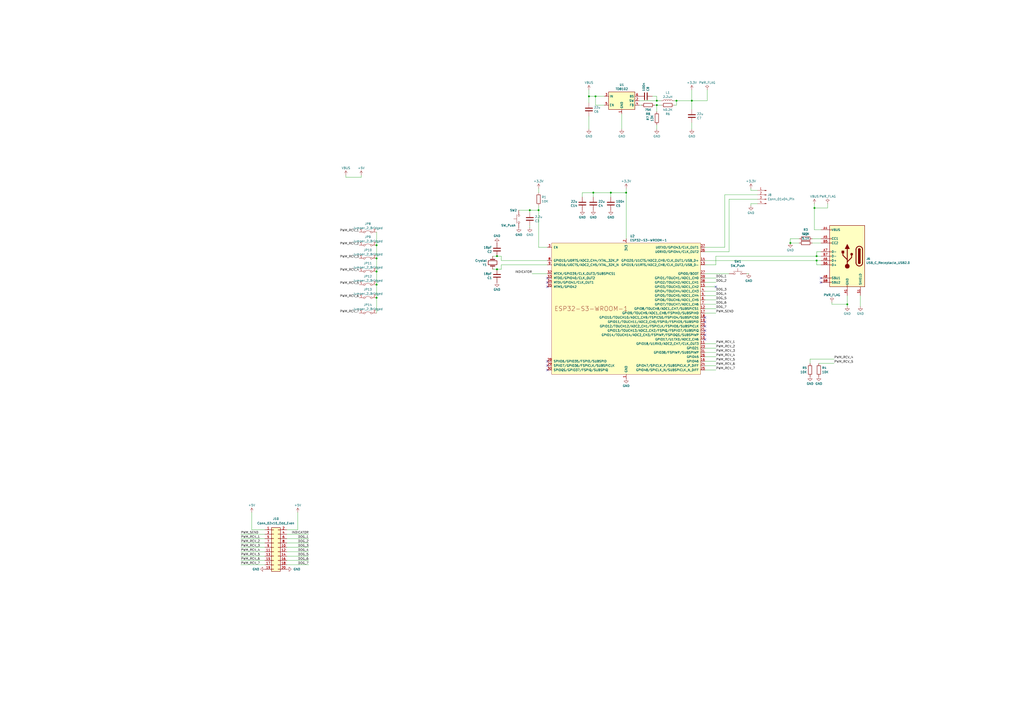
<source format=kicad_sch>
(kicad_sch (version 20231120) (generator "eeschema") (generator_version "8.0")
  (paper "A2")
  (title_block (title "Timergate-Receiver") (date "2024-02-12") (rev "A1"))
  (lib_symbols
    (symbol "Connector:Conn_01x04_Pin" (pin_names (offset 1.016) hide)
      (property "Reference" "J" (at 0 5.08 0))
      (property "Value" "Conn_01x04_Pin" (at 0 -7.62 0))
      (symbol "Conn_01x04_Pin_1_1"
        (polyline (pts (xy 1.27 -5.08) (xy 0.8636 -5.08)) (stroke (width 0.1524)))
        (polyline (pts (xy 1.27 -2.54) (xy 0.8636 -2.54)) (stroke (width 0.1524)))
        (polyline (pts (xy 1.27 0) (xy 0.8636 0)) (stroke (width 0.1524)))
        (polyline (pts (xy 1.27 2.54) (xy 0.8636 2.54)) (stroke (width 0.1524)))
        (rectangle (start 0.8636 -4.953) (end 0 -5.207) (stroke (width 0.1524)) (fill (type outline)))
        (rectangle (start 0.8636 -2.413) (end 0 -2.667) (stroke (width 0.1524)) (fill (type outline)))
        (rectangle (start 0.8636 0.127) (end 0 -0.127) (stroke (width 0.1524)) (fill (type outline)))
        (rectangle (start 0.8636 2.667) (end 0 2.413) (stroke (width 0.1524)) (fill (type outline)))
        (pin passive line (at 5.08 2.54 180) (length 3.81) (name "Pin_1") (number "1"))
        (pin passive line (at 5.08 0 180) (length 3.81) (name "Pin_2") (number "2"))
        (pin passive line (at 5.08 -2.54 180) (length 3.81) (name "Pin_3") (number "3"))
        (pin passive line (at 5.08 -5.08 180) (length 3.81) (name "Pin_4") (number "4"))
      )
    )
    (symbol "Connector_Generic:Conn_02x10_Odd_Even" (pin_names (offset 1.016) hide)
      (property "Reference" "J" (at 1.27 12.7 0))
      (property "Value" "Conn_02x10_Odd_Even" (at 1.27 -15.24 0))
      (symbol "Conn_02x10_Odd_Even_1_1"
        (rectangle (start -1.27 -12.573) (end 0 -12.827) (stroke (width 0.1524)))
        (rectangle (start -1.27 -10.033) (end 0 -10.287) (stroke (width 0.1524)))
        (rectangle (start -1.27 -7.493) (end 0 -7.747) (stroke (width 0.1524)))
        (rectangle (start -1.27 -4.953) (end 0 -5.207) (stroke (width 0.1524)))
        (rectangle (start -1.27 -2.413) (end 0 -2.667) (stroke (width 0.1524)))
        (rectangle (start -1.27 0.127) (end 0 -0.127) (stroke (width 0.1524)))
        (rectangle (start -1.27 2.667) (end 0 2.413) (stroke (width 0.1524)))
        (rectangle (start -1.27 5.207) (end 0 4.953) (stroke (width 0.1524)))
        (rectangle (start -1.27 7.747) (end 0 7.493) (stroke (width 0.1524)))
        (rectangle (start -1.27 10.287) (end 0 10.033) (stroke (width 0.1524)))
        (rectangle (start -1.27 11.43) (end 3.81 -13.97) (stroke (width 0.254)) (fill (type background)))
        (rectangle (start 3.81 -12.573) (end 2.54 -12.827) (stroke (width 0.1524)))
        (rectangle (start 3.81 -10.033) (end 2.54 -10.287) (stroke (width 0.1524)))
        (rectangle (start 3.81 -7.493) (end 2.54 -7.747) (stroke (width 0.1524)))
        (rectangle (start 3.81 -4.953) (end 2.54 -5.207) (stroke (width 0.1524)))
        (rectangle (start 3.81 -2.413) (end 2.54 -2.667) (stroke (width 0.1524)))
        (rectangle (start 3.81 0.127) (end 2.54 -0.127) (stroke (width 0.1524)))
        (rectangle (start 3.81 2.667) (end 2.54 2.413) (stroke (width 0.1524)))
        (rectangle (start 3.81 5.207) (end 2.54 4.953) (stroke (width 0.1524)))
        (rectangle (start 3.81 7.747) (end 2.54 7.493) (stroke (width 0.1524)))
        (rectangle (start 3.81 10.287) (end 2.54 10.033) (stroke (width 0.1524)))
        (pin passive line (at -5.08 10.16 0) (length 3.81) (name "Pin_1") (number "1"))
        (pin passive line (at 7.62 0 180) (length 3.81) (name "Pin_10") (number "10"))
        (pin passive line (at -5.08 -2.54 0) (length 3.81) (name "Pin_11") (number "11"))
        (pin passive line (at 7.62 -2.54 180) (length 3.81) (name "Pin_12") (number "12"))
        (pin passive line (at -5.08 -5.08 0) (length 3.81) (name "Pin_13") (number "13"))
        (pin passive line (at 7.62 -5.08 180) (length 3.81) (name "Pin_14") (number "14"))
        (pin passive line (at -5.08 -7.62 0) (length 3.81) (name "Pin_15") (number "15"))
        (pin passive line (at 7.62 -7.62 180) (length 3.81) (name "Pin_16") (number "16"))
        (pin passive line (at -5.08 -10.16 0) (length 3.81) (name "Pin_17") (number "17"))
        (pin passive line (at 7.62 -10.16 180) (length 3.81) (name "Pin_18") (number "18"))
        (pin passive line (at -5.08 -12.7 0) (length 3.81) (name "Pin_19") (number "19"))
        (pin passive line (at 7.62 10.16 180) (length 3.81) (name "Pin_2") (number "2"))
        (pin passive line (at 7.62 -12.7 180) (length 3.81) (name "Pin_20") (number "20"))
        (pin passive line (at -5.08 7.62 0) (length 3.81) (name "Pin_3") (number "3"))
        (pin passive line (at 7.62 7.62 180) (length 3.81) (name "Pin_4") (number "4"))
        (pin passive line (at -5.08 5.08 0) (length 3.81) (name "Pin_5") (number "5"))
        (pin passive line (at 7.62 5.08 180) (length 3.81) (name "Pin_6") (number "6"))
        (pin passive line (at -5.08 2.54 0) (length 3.81) (name "Pin_7") (number "7"))
        (pin passive line (at 7.62 2.54 180) (length 3.81) (name "Pin_8") (number "8"))
        (pin passive line (at -5.08 0 0) (length 3.81) (name "Pin_9") (number "9"))
      )
    )
    (symbol "Devent:TD8102"
      (property "Reference" "U" (at -7.62 6.35 0))
      (property "Value" "TD8102" (at 0 6.35 0))
      (symbol "TD8102_0_1"
        (rectangle (start -7.62 5.08) (end 7.62 -5.08) (stroke (width 0.254)) (fill (type background)))
      )
      (symbol "TD8102_1_1"
        (pin power_in line (at 0 -7.62 90) (length 2.54) (name "GND") (number "1"))
        (pin passive line (at 10.16 0 180) (length 2.54) (name "SW") (number "2"))
        (pin power_in line (at -10.16 2.54 0) (length 2.54) (name "IN") (number "3"))
        (pin input line (at 10.16 -2.54 180) (length 2.54) (name "FB") (number "4"))
        (pin input line (at -10.16 -2.54 0) (length 2.54) (name "EN") (number "5"))
        (pin passive line (at 10.16 2.54 180) (length 2.54) (name "BS") (number "6"))
      )
    )
    (symbol "Devent:USB_C_Receptacle_USB2.0" (pin_names (offset 1.016))
      (property "Reference" "J6" (at -10.922 -1.5494 0))
      (property "Value" "USB_C_Receptacle_USB2.0" (at -10.922 -3.8608 0))
      (symbol "USB_C_Receptacle_USB2.0_0_0"
        (rectangle (start -0.254 -17.78) (end 0.254 -16.764))
        (rectangle (start 10.16 -14.986) (end 9.144 -15.494))
        (rectangle (start 10.16 -12.446) (end 9.144 -12.954))
        (rectangle (start 10.16 -4.826) (end 9.144 -5.334))
        (rectangle (start 10.16 -2.286) (end 9.144 -2.794))
        (rectangle (start 10.16 0.254) (end 9.144 -0.254))
        (rectangle (start 10.16 2.794) (end 9.144 2.286))
        (rectangle (start 10.16 7.874) (end 9.144 7.366))
        (rectangle (start 10.16 10.414) (end 9.144 9.906))
        (rectangle (start 10.16 15.494) (end 9.144 14.986))
      )
      (symbol "USB_C_Receptacle_USB2.0_0_1"
        (rectangle (start -10.16 17.78) (end 10.16 -17.78) (stroke (width 0.254)) (fill (type background)))
        (arc (start -8.89 -3.81) (mid -6.985 -5.7067) (end -5.08 -3.81) (stroke (width 0.508)))
        (arc (start -7.62 -3.81) (mid -6.985 -4.4423) (end -6.35 -3.81) (stroke (width 0.254)))
        (arc (start -7.62 -3.81) (mid -6.985 -4.4423) (end -6.35 -3.81) (stroke (width 0.254)) (fill (type outline)))
        (rectangle (start -7.62 -3.81) (end -6.35 3.81) (stroke (width 0.254)) (fill (type outline)))
        (arc (start -6.35 3.81) (mid -6.985 4.4423) (end -7.62 3.81) (stroke (width 0.254)))
        (arc (start -6.35 3.81) (mid -6.985 4.4423) (end -7.62 3.81) (stroke (width 0.254)) (fill (type outline)))
        (arc (start -5.08 3.81) (mid -6.985 5.7067) (end -8.89 3.81) (stroke (width 0.508)))
        (circle (center -2.54 1.143) (radius 0.635) (stroke (width 0.254)) (fill (type outline)))
        (circle (center 0 -5.842) (radius 1.27) (fill (type outline)))
        (polyline (pts (xy -8.89 -3.81) (xy -8.89 3.81)) (stroke (width 0.508)))
        (polyline (pts (xy -5.08 3.81) (xy -5.08 -3.81)) (stroke (width 0.508)))
        (polyline (pts (xy 0 -5.842) (xy 0 4.318)) (stroke (width 0.508)))
        (polyline (pts (xy 0 -3.302) (xy -2.54 -0.762) (xy -2.54 0.508)) (stroke (width 0.508)))
        (polyline (pts (xy 0 -2.032) (xy 2.54 0.508) (xy 2.54 1.778)) (stroke (width 0.508)))
        (polyline (pts (xy -1.27 4.318) (xy 0 6.858) (xy 1.27 4.318) (xy -1.27 4.318)) (stroke (width 0.254)) (fill (type outline)))
        (rectangle (start 1.905 1.778) (end 3.175 3.048) (stroke (width 0.254)) (fill (type outline)))
      )
      (symbol "USB_C_Receptacle_USB2.0_1_1"
        (pin power_in line (at 0 -22.86 90) (length 5.08) (name "GND") (number "A1"))
        (pin passive line (at 0 -22.86 90) (length 5.08) hide (name "GND") (number "A12"))
        (pin power_in line (at 15.24 15.24 180) (length 5.08) (name "VBUS") (number "A4"))
        (pin bidirectional line (at 15.24 10.16 180) (length 5.08) (name "CC1") (number "A5"))
        (pin bidirectional line (at 15.24 -2.54 180) (length 5.08) (name "D+") (number "A6"))
        (pin bidirectional line (at 15.24 2.54 180) (length 5.08) (name "D-") (number "A7"))
        (pin bidirectional line (at 15.24 -12.7 180) (length 5.08) (name "SBU1") (number "A8"))
        (pin passive line (at 15.24 15.24 180) (length 5.08) hide (name "VBUS") (number "A9"))
        (pin bidirectional line (at 15.24 7.62 180) (length 5.08) (name "CC2") (number "B5"))
        (pin bidirectional line (at 15.24 -5.08 180) (length 5.08) (name "D+") (number "B6"))
        (pin bidirectional line (at 15.24 0 180) (length 5.08) (name "D-") (number "B7"))
        (pin bidirectional line (at 15.24 -15.24 180) (length 5.08) (name "SBU2") (number "B8"))
        (pin passive line (at -7.62 -22.86 90) (length 5.08) (name "SHIELD") (number "S1"))
      )
    )
    (symbol "Device:C" (pin_numbers hide) (pin_names (offset 0.254))
      (property "Reference" "C" (at 0.635 2.54 0))
      (property "Value" "C" (at 0.635 -2.54 0))
      (symbol "C_0_1"
        (polyline (pts (xy -2.032 -0.762) (xy 2.032 -0.762)) (stroke (width 0.508)))
        (polyline (pts (xy -2.032 0.762) (xy 2.032 0.762)) (stroke (width 0.508)))
      )
      (symbol "C_1_1"
        (pin passive line (at 0 3.81 270) (length 2.794) (name "~") (number "1"))
        (pin passive line (at 0 -3.81 90) (length 2.794) (name "~") (number "2"))
      )
    )
    (symbol "Device:Crystal" (pin_numbers hide) (pin_names (offset 1.016) hide)
      (property "Reference" "Y" (at 0 3.81 0))
      (property "Value" "Crystal" (at 0 -3.81 0))
      (symbol "Crystal_0_1"
        (rectangle (start -1.143 2.54) (end 1.143 -2.54) (stroke (width 0.3048)))
        (polyline (pts (xy -2.54 0) (xy -1.905 0)))
        (polyline (pts (xy -1.905 -1.27) (xy -1.905 1.27)) (stroke (width 0.508)))
        (polyline (pts (xy 1.905 -1.27) (xy 1.905 1.27)) (stroke (width 0.508)))
        (polyline (pts (xy 2.54 0) (xy 1.905 0)))
      )
      (symbol "Crystal_1_1"
        (pin passive line (at -3.81 0 0) (length 1.27) (name "1") (number "1"))
        (pin passive line (at 3.81 0 180) (length 1.27) (name "2") (number "2"))
      )
    )
    (symbol "Device:L" (pin_numbers hide) (pin_names (offset 1.016) hide)
      (property "Reference" "L" (at -1.27 0 90))
      (property "Value" "L" (at 1.905 0 90))
      (symbol "L_0_1"
        (arc (start 0 -2.54) (mid 0.6323 -1.905) (end 0 -1.27))
        (arc (start 0 -1.27) (mid 0.6323 -0.635) (end 0 0))
        (arc (start 0 0) (mid 0.6323 0.635) (end 0 1.27))
        (arc (start 0 1.27) (mid 0.6323 1.905) (end 0 2.54))
      )
      (symbol "L_1_1"
        (pin passive line (at 0 3.81 270) (length 1.27) (name "1") (number "1"))
        (pin passive line (at 0 -3.81 90) (length 1.27) (name "2") (number "2"))
      )
    )
    (symbol "Device:R" (pin_numbers hide) (pin_names (offset 0))
      (property "Reference" "R" (at 2.032 0 90))
      (property "Value" "R" (at 0 0 90))
      (symbol "R_0_1"
        (rectangle (start -1.016 -2.54) (end 1.016 2.54) (stroke (width 0.254)))
      )
      (symbol "R_1_1"
        (pin passive line (at 0 3.81 270) (length 1.27) (name "~") (number "1"))
        (pin passive line (at 0 -3.81 90) (length 1.27) (name "~") (number "2"))
      )
    )
    (symbol "Jumper:Jumper_2_Bridged" (pin_names (offset 0) hide)
      (property "Reference" "JP" (at 0 1.905 0))
      (property "Value" "Jumper_2_Bridged" (at 0 -2.54 0))
      (symbol "Jumper_2_Bridged_0_0"
        (circle (center -2.032 0) (radius 0.508))
        (circle (center 2.032 0) (radius 0.508))
      )
      (symbol "Jumper_2_Bridged_0_1"
        (arc (start 1.524 0.254) (mid 0 0.762) (end -1.524 0.254))
      )
      (symbol "Jumper_2_Bridged_1_1"
        (pin passive line (at -5.08 0 0) (length 2.54) (name "A") (number "1"))
        (pin passive line (at 5.08 0 180) (length 2.54) (name "B") (number "2"))
      )
    )
    (symbol "PCM_Espressif:ESP32-S3-WROOM-1" (pin_names (offset 1.016))
      (property "Reference" "U" (at -43.18 43.18 0))
      (property "Value" "ESP32-S3-WROOM-1" (at -43.18 40.64 0))
      (symbol "ESP32-S3-WROOM-1_0_0"
        (text "ESP32-S3-WROOM-1" (at -20.32 0 0) (effects (font (size 2.54 2.54))))
        (pin power_in line (at 0 -40.64 90) (length 2.54) (name "GND") (number "1"))
        (pin bidirectional line (at 45.72 -17.78 180) (length 2.54) (name "GPIO17/U1TXD/ADC2_CH6") (number "10"))
        (pin bidirectional line (at 45.72 -20.32 180) (length 2.54) (name "GPIO18/U1RXD/ADC2_CH7/CLK_OUT3") (number "11"))
        (pin bidirectional line (at 45.72 0 180) (length 2.54) (name "GPIO8/TOUCH8/ADC1_CH7/SUBSPICS1") (number "12"))
        (pin bidirectional line (at 45.72 25.4 180) (length 2.54) (name "GPIO19/U1RTS/ADC2_CH8/CLK_OUT2/USB_D-") (number "13"))
        (pin bidirectional line (at 45.72 27.94 180) (length 2.54) (name "GPIO20/U1CTS/ADC2_CH9/CLK_OUT1/USB_D+") (number "14"))
        (pin bidirectional line (at 45.72 12.7 180) (length 2.54) (name "GPIO3/TOUCH3/ADC1_CH2") (number "15"))
        (pin bidirectional line (at 45.72 -30.48 180) (length 2.54) (name "GPIO46") (number "16"))
        (pin bidirectional line (at 45.72 -2.54 180) (length 2.54) (name "GPIO9/TOUCH9/ADC1_CH8/FSPIHD/SUBSPIHD") (number "17"))
        (pin bidirectional line (at 45.72 -5.08 180) (length 2.54) (name "GPIO10/TOUCH10/ADC1_CH9/FSPICS0/FSPIIO4/SUBSPICS0") (number "18"))
        (pin bidirectional line (at 45.72 -7.62 180) (length 2.54) (name "GPIO11/TOUCH11/ADC2_CH0/FSPID/FSPIIO5/SUBSPID") (number "19"))
        (pin power_in line (at 0 40.64 270) (length 2.54) (name "3V3") (number "2"))
        (pin bidirectional line (at 45.72 -10.16 180) (length 2.54) (name "GPIO12/TOUCH12/ADC2_CH1/FSPICLK/FSPIIO6/SUBSPICLK") (number "20"))
        (pin bidirectional line (at 45.72 -12.7 180) (length 2.54) (name "GPIO13/TOUCH13/ADC2_CH2/FSPIQ/FSPIIO7/SUBSPIQ") (number "21"))
        (pin bidirectional line (at 45.72 -15.24 180) (length 2.54) (name "GPIO14/TOUCH14/ADC2_CH3/FSPIWP/FSPIDQS/SUBSPIWP") (number "22"))
        (pin bidirectional line (at 45.72 -22.86 180) (length 2.54) (name "GPIO21") (number "23"))
        (pin bidirectional line (at 45.72 -33.02 180) (length 2.54) (name "GPIO47/SPICLK_P/SUBSPICLK_P_DIFF") (number "24"))
        (pin bidirectional line (at 45.72 -35.56 180) (length 2.54) (name "GPIO48/SPICLK_N/SUBSPICLK_N_DIFF") (number "25"))
        (pin bidirectional line (at 45.72 -27.94 180) (length 2.54) (name "GPIO45") (number "26"))
        (pin bidirectional line (at 45.72 20.32 180) (length 2.54) (name "GPIO0/BOOT") (number "27"))
        (pin bidirectional line (at -45.72 -30.48 0) (length 2.54) (name "SPIIO6/GPIO35/FSPID/SUBSPID") (number "28"))
        (pin bidirectional line (at -45.72 -33.02 0) (length 2.54) (name "SPIIO7/GPIO36/FSPICLK/SUBSPICLK") (number "29"))
        (pin input line (at -45.72 35.56 0) (length 2.54) (name "EN") (number "3"))
        (pin bidirectional line (at -45.72 -35.56 0) (length 2.54) (name "SPIDQS/GPIO37/FSPIQ/SUBSPIQ") (number "30"))
        (pin bidirectional line (at 45.72 -25.4 180) (length 2.54) (name "GPIO38/FSPIWP/SUBSPIWP") (number "31"))
        (pin bidirectional line (at -45.72 20.32 0) (length 2.54) (name "MTCK/GPIO39/CLK_OUT3/SUBSPICS1") (number "32"))
        (pin bidirectional line (at -45.72 17.78 0) (length 2.54) (name "MTDO/GPIO40/CLK_OUT2") (number "33"))
        (pin bidirectional line (at -45.72 15.24 0) (length 2.54) (name "MTDI/GPIO41/CLK_OUT1") (number "34"))
        (pin bidirectional line (at -45.72 12.7 0) (length 2.54) (name "MTMS/GPIO42") (number "35"))
        (pin bidirectional line (at 45.72 33.02 180) (length 2.54) (name "U0RXD/GPIO44/CLK_OUT2") (number "36"))
        (pin bidirectional line (at 45.72 35.56 180) (length 2.54) (name "U0TXD/GPIO43/CLK_OUT1") (number "37"))
        (pin bidirectional line (at 45.72 15.24 180) (length 2.54) (name "GPIO2/TOUCH2/ADC1_CH1") (number "38"))
        (pin bidirectional line (at 45.72 17.78 180) (length 2.54) (name "GPIO1/TOUCH1/ADC1_CH0") (number "39"))
        (pin bidirectional line (at 45.72 10.16 180) (length 2.54) (name "GPIO4/TOUCH4/ADC1_CH3") (number "4"))
        (pin passive line (at 0 -40.64 90) (length 2.54) hide (name "GND") (number "40"))
        (pin passive line (at 0 -40.64 90) (length 2.54) hide (name "GND") (number "41"))
        (pin bidirectional line (at 45.72 7.62 180) (length 2.54) (name "GPIO5/TOUCH5/ADC1_CH4") (number "5"))
        (pin bidirectional line (at 45.72 5.08 180) (length 2.54) (name "GPIO6/TOUCH6/ADC1_CH5") (number "6"))
        (pin bidirectional line (at 45.72 2.54 180) (length 2.54) (name "GPIO7/TOUCH7/ADC1_CH6") (number "7"))
        (pin bidirectional line (at -45.72 27.94 0) (length 2.54) (name "GPIO15/U0RTS/ADC2_CH4/XTAL_32K_P") (number "8"))
        (pin bidirectional line (at -45.72 25.4 0) (length 2.54) (name "GPIO16/U0CTS/ADC2_CH5/XTAL_32K_N") (number "9"))
      )
      (symbol "ESP32-S3-WROOM-1_0_1"
        (rectangle (start -43.18 38.1) (end 43.18 -38.1) (fill (type background)))
      )
    )
    (symbol "Switch:SW_Push" (pin_numbers hide) (pin_names (offset 1.016) hide)
      (property "Reference" "SW" (at 1.27 2.54 0))
      (property "Value" "SW_Push" (at 0 -1.524 0))
      (symbol "SW_Push_0_1"
        (circle (center -2.032 0) (radius 0.508))
        (polyline (pts (xy 0 1.27) (xy 0 3.048)))
        (polyline (pts (xy 2.54 1.27) (xy -2.54 1.27)))
        (circle (center 2.032 0) (radius 0.508))
        (pin passive line (at -5.08 0 0) (length 2.54) (name "1") (number "1"))
        (pin passive line (at 5.08 0 180) (length 2.54) (name "2") (number "2"))
      )
    )
    (symbol "power:+3.3V" (power) (pin_numbers hide) (pin_names (offset 0) hide)
      (property "Value" "+3.3V" (at 0 3.556 0))
      (symbol "+3.3V_0_1"
        (polyline (pts (xy -0.762 1.27) (xy 0 2.54)))
        (polyline (pts (xy 0 0) (xy 0 2.54)))
        (polyline (pts (xy 0 2.54) (xy 0.762 1.27)))
      )
      (symbol "+3.3V_1_1"
        (pin power_in line (at 0 0 90) (length 0) (name "~") (number "1"))
      )
    )
    (symbol "power:+5V" (power) (pin_numbers hide) (pin_names (offset 0) hide)
      (property "Value" "+5V" (at 0 3.556 0))
      (symbol "+5V_0_1"
        (polyline (pts (xy -0.762 1.27) (xy 0 2.54)))
        (polyline (pts (xy 0 0) (xy 0 2.54)))
        (polyline (pts (xy 0 2.54) (xy 0.762 1.27)))
      )
      (symbol "+5V_1_1"
        (pin power_in line (at 0 0 90) (length 0) (name "~") (number "1"))
      )
    )
    (symbol "power:GND" (power) (pin_numbers hide) (pin_names (offset 0) hide)
      (property "Value" "GND" (at 0 -3.81 0))
      (symbol "GND_0_1"
        (polyline (pts (xy 0 0) (xy 0 -1.27) (xy 1.27 -1.27) (xy 0 -2.54) (xy -1.27 -1.27) (xy 0 -1.27)))
      )
      (symbol "GND_1_1"
        (pin power_in line (at 0 0 270) (length 0) (name "~") (number "1"))
      )
    )
    (symbol "power:PWR_FLAG" (power) (pin_numbers hide) (pin_names (offset 0) hide)
      (property "Value" "PWR_FLAG" (at 0 3.81 0))
      (symbol "PWR_FLAG_0_0"
        (pin power_out line (at 0 0 90) (length 0) (name "~") (number "1"))
      )
      (symbol "PWR_FLAG_0_1"
        (polyline (pts (xy 0 0) (xy 0 1.27) (xy -1.016 1.905) (xy 0 2.54) (xy 1.016 1.905) (xy 0 1.27)))
      )
    )
    (symbol "power:VBUS" (power) (pin_numbers hide) (pin_names (offset 0) hide)
      (property "Value" "VBUS" (at 0 3.556 0))
      (symbol "VBUS_0_1"
        (polyline (pts (xy -0.762 1.27) (xy 0 2.54)))
        (polyline (pts (xy 0 0) (xy 0 2.54)))
        (polyline (pts (xy 0 2.54) (xy 0.762 1.27)))
      )
      (symbol "VBUS_1_1"
        (pin power_in line (at 0 0 90) (length 0) (name "~") (number "1"))
      )
    )
  )
  (junction (at 363.22 111.76))
  (junction (at 381 58.42))
  (junction (at 381 60.96))
  (junction (at 218.44 172.72))
  (junction (at 473.71 151.13))
  (junction (at 218.44 157.48))
  (junction (at 288.29 156.21))
  (junction (at 345.44 55.88))
  (junction (at 312.42 121.92))
  (junction (at 458.47 140.97))
  (junction (at 288.29 148.59))
  (junction (at 472.44 120.65))
  (junction (at 392.43 58.42))
  (junction (at 341.63 55.88))
  (junction (at 401.32 58.42))
  (junction (at 307.34 121.92))
  (junction (at 354.33 111.76))
  (junction (at 491.49 176.53))
  (junction (at 218.44 165.1))
  (junction (at 218.44 149.86))
  (junction (at 473.71 148.59))
  (junction (at 344.17 111.76))
  (junction (at 218.44 142.24))
  (no_connect (at 408.94 194.31))
  (no_connect (at 317.5 214.63))
  (no_connect (at 408.94 189.23))
  (no_connect (at 317.5 209.55))
  (no_connect (at 476.25 163.83))
  (no_connect (at 415.29 166.37))
  (no_connect (at 317.5 163.83))
  (no_connect (at 317.5 166.37))
  (no_connect (at 476.25 161.29))
  (no_connect (at 408.94 186.69))
  (no_connect (at 408.94 196.85))
  (no_connect (at 408.94 191.77))
  (no_connect (at 408.94 184.15))
  (no_connect (at 317.5 161.29))
  (no_connect (at 317.5 212.09))
  (wire (pts (xy 422.91 115.57) (xy 439.42 115.57)))
  (wire (pts (xy 307.34 123.19) (xy 307.34 121.92)))
  (wire (pts (xy 379.73 60.96) (xy 381 60.96)))
  (wire (pts (xy 139.7 327.66) (xy 153.67 327.66)))
  (wire (pts (xy 139.7 309.88) (xy 153.67 309.88)))
  (wire (pts (xy 408.94 212.09) (xy 415.29 212.09)))
  (wire (pts (xy 408.94 201.93) (xy 415.29 201.93)))
  (wire (pts (xy 312.42 111.76) (xy 312.42 109.22)))
  (wire (pts (xy 344.17 111.76) (xy 337.82 111.76)))
  (wire (pts (xy 166.37 309.88) (xy 179.07 309.88)))
  (wire (pts (xy 308.61 158.75) (xy 317.5 158.75)))
  (wire (pts (xy 166.37 325.12) (xy 179.07 325.12)))
  (wire (pts (xy 288.29 148.59) (xy 285.75 148.59)))
  (wire (pts (xy 139.7 314.96) (xy 153.67 314.96)))
  (wire (pts (xy 439.42 118.11) (xy 435.61 118.11)))
  (wire (pts (xy 381 72.39) (xy 381 74.93)))
  (wire (pts (xy 166.37 322.58) (xy 179.07 322.58)))
  (wire (pts (xy 172.72 297.18) (xy 172.72 307.34)))
  (wire (pts (xy 139.7 322.58) (xy 153.67 322.58)))
  (wire (pts (xy 472.44 120.65) (xy 472.44 133.35)))
  (wire (pts (xy 415.29 148.59) (xy 415.29 153.67)))
  (wire (pts (xy 408.94 146.05) (xy 422.91 146.05)))
  (wire (pts (xy 370.84 60.96) (xy 372.11 60.96)))
  (wire (pts (xy 290.83 156.21) (xy 288.29 156.21)))
  (wire (pts (xy 408.94 153.67) (xy 415.29 153.67)))
  (wire (pts (xy 408.94 151.13) (xy 473.71 151.13)))
  (wire (pts (xy 307.34 132.08) (xy 307.34 130.81)))
  (wire (pts (xy 408.94 207.01) (xy 415.29 207.01)))
  (wire (pts (xy 439.42 110.49) (xy 435.61 110.49)))
  (wire (pts (xy 408.94 171.45) (xy 415.29 171.45)))
  (wire (pts (xy 473.71 148.59) (xy 476.25 148.59)))
  (wire (pts (xy 218.44 149.86) (xy 218.44 157.48)))
  (wire (pts (xy 401.32 58.42) (xy 401.32 63.5)))
  (wire (pts (xy 491.49 177.8) (xy 491.49 176.53)))
  (wire (pts (xy 290.83 153.67) (xy 290.83 156.21)))
  (wire (pts (xy 392.43 58.42) (xy 401.32 58.42)))
  (wire (pts (xy 408.94 158.75) (xy 422.91 158.75)))
  (wire (pts (xy 345.44 55.88) (xy 341.63 55.88)))
  (wire (pts (xy 288.29 156.21) (xy 285.75 156.21)))
  (wire (pts (xy 146.05 307.34) (xy 153.67 307.34)))
  (wire (pts (xy 363.22 111.76) (xy 363.22 138.43)))
  (wire (pts (xy 337.82 111.76) (xy 337.82 114.3)))
  (wire (pts (xy 408.94 166.37) (xy 415.29 166.37)))
  (wire (pts (xy 476.25 133.35) (xy 472.44 133.35)))
  (wire (pts (xy 312.42 143.51) (xy 317.5 143.51)))
  (wire (pts (xy 408.94 204.47) (xy 415.29 204.47)))
  (wire (pts (xy 139.7 320.04) (xy 153.67 320.04)))
  (wire (pts (xy 218.44 142.24) (xy 218.44 149.86)))
  (wire (pts (xy 435.61 110.49) (xy 435.61 109.22)))
  (wire (pts (xy 139.7 317.5) (xy 153.67 317.5)))
  (wire (pts (xy 341.63 55.88) (xy 341.63 52.07)))
  (wire (pts (xy 200.66 102.87) (xy 209.55 102.87)))
  (wire (pts (xy 433.07 158.75) (xy 434.34 158.75)))
  (wire (pts (xy 341.63 55.88) (xy 341.63 59.69)))
  (wire (pts (xy 317.5 151.13) (xy 290.83 151.13)))
  (wire (pts (xy 471.17 138.43) (xy 476.25 138.43)))
  (wire (pts (xy 381 55.88) (xy 381 58.42)))
  (wire (pts (xy 473.71 146.05) (xy 473.71 148.59)))
  (wire (pts (xy 420.37 113.03) (xy 439.42 113.03)))
  (wire (pts (xy 472.44 120.65) (xy 480.06 120.65)))
  (wire (pts (xy 491.49 176.53) (xy 491.49 171.45)))
  (wire (pts (xy 312.42 121.92) (xy 312.42 119.38)))
  (wire (pts (xy 410.21 52.07) (xy 410.21 58.42)))
  (wire (pts (xy 381 58.42) (xy 383.54 58.42)))
  (wire (pts (xy 408.94 199.39) (xy 415.29 199.39)))
  (wire (pts (xy 363.22 109.22) (xy 363.22 111.76)))
  (wire (pts (xy 415.29 161.29) (xy 408.94 161.29)))
  (wire (pts (xy 146.05 297.18) (xy 146.05 307.34)))
  (wire (pts (xy 350.52 60.96) (xy 345.44 60.96)))
  (wire (pts (xy 307.34 121.92) (xy 312.42 121.92)))
  (wire (pts (xy 482.6 175.26) (xy 482.6 176.53)))
  (wire (pts (xy 209.55 102.87) (xy 209.55 101.6)))
  (wire (pts (xy 471.17 140.97) (xy 476.25 140.97)))
  (wire (pts (xy 381 60.96) (xy 381 64.77)))
  (wire (pts (xy 139.7 325.12) (xy 153.67 325.12)))
  (wire (pts (xy 344.17 114.3) (xy 344.17 111.76)))
  (wire (pts (xy 350.52 55.88) (xy 345.44 55.88)))
  (wire (pts (xy 307.34 121.92) (xy 300.99 121.92)))
  (wire (pts (xy 408.94 173.99) (xy 415.29 173.99)))
  (wire (pts (xy 218.44 165.1) (xy 218.44 172.72)))
  (wire (pts (xy 408.94 168.91) (xy 415.29 168.91)))
  (wire (pts (xy 345.44 60.96) (xy 345.44 55.88)))
  (wire (pts (xy 469.9 208.28) (xy 469.9 210.82)))
  (wire (pts (xy 370.84 58.42) (xy 381 58.42)))
  (wire (pts (xy 218.44 172.72) (xy 218.44 181.61)))
  (wire (pts (xy 410.21 58.42) (xy 401.32 58.42)))
  (wire (pts (xy 200.66 101.6) (xy 200.66 102.87)))
  (wire (pts (xy 166.37 312.42) (xy 179.07 312.42)))
  (wire (pts (xy 383.54 60.96) (xy 381 60.96)))
  (wire (pts (xy 218.44 157.48) (xy 218.44 165.1)))
  (wire (pts (xy 422.91 146.05) (xy 422.91 115.57)))
  (wire (pts (xy 420.37 143.51) (xy 420.37 113.03)))
  (wire (pts (xy 463.55 138.43) (xy 458.47 138.43)))
  (wire (pts (xy 139.7 312.42) (xy 153.67 312.42)))
  (wire (pts (xy 166.37 314.96) (xy 179.07 314.96)))
  (wire (pts (xy 166.37 327.66) (xy 179.07 327.66)))
  (wire (pts (xy 476.25 146.05) (xy 473.71 146.05)))
  (wire (pts (xy 360.68 74.93) (xy 360.68 66.04)))
  (wire (pts (xy 341.63 74.93) (xy 341.63 67.31)))
  (wire (pts (xy 290.83 148.59) (xy 288.29 148.59)))
  (wire (pts (xy 473.71 151.13) (xy 476.25 151.13)))
  (wire (pts (xy 408.94 143.51) (xy 420.37 143.51)))
  (wire (pts (xy 482.6 176.53) (xy 491.49 176.53)))
  (wire (pts (xy 415.29 163.83) (xy 408.94 163.83)))
  (wire (pts (xy 290.83 151.13) (xy 290.83 148.59)))
  (wire (pts (xy 408.94 179.07) (xy 415.29 179.07)))
  (wire (pts (xy 473.71 153.67) (xy 473.71 151.13)))
  (wire (pts (xy 499.11 177.8) (xy 499.11 171.45)))
  (wire (pts (xy 166.37 317.5) (xy 179.07 317.5)))
  (wire (pts (xy 474.98 210.82) (xy 483.87 210.82)))
  (wire (pts (xy 317.5 153.67) (xy 290.83 153.67)))
  (wire (pts (xy 408.94 176.53) (xy 415.29 176.53)))
  (wire (pts (xy 476.25 153.67) (xy 473.71 153.67)))
  (wire (pts (xy 392.43 58.42) (xy 392.43 60.96)))
  (wire (pts (xy 458.47 140.97) (xy 463.55 140.97)))
  (wire (pts (xy 391.16 60.96) (xy 392.43 60.96)))
  (wire (pts (xy 401.32 74.93) (xy 401.32 71.12)))
  (wire (pts (xy 469.9 208.28) (xy 483.87 208.28)))
  (wire (pts (xy 166.37 320.04) (xy 179.07 320.04)))
  (wire (pts (xy 378.46 55.88) (xy 381 55.88)))
  (wire (pts (xy 472.44 118.11) (xy 472.44 120.65)))
  (wire (pts (xy 408.94 214.63) (xy 415.29 214.63)))
  (wire (pts (xy 401.32 52.07) (xy 401.32 58.42)))
  (wire (pts (xy 408.94 181.61) (xy 415.29 181.61)))
  (wire (pts (xy 354.33 111.76) (xy 354.33 114.3)))
  (wire (pts (xy 344.17 111.76) (xy 354.33 111.76)))
  (wire (pts (xy 312.42 121.92) (xy 312.42 143.51)))
  (wire (pts (xy 218.44 134.62) (xy 218.44 142.24)))
  (wire (pts (xy 354.33 111.76) (xy 363.22 111.76)))
  (wire (pts (xy 166.37 307.34) (xy 172.72 307.34)))
  (wire (pts (xy 435.61 118.11) (xy 435.61 119.38)))
  (wire (pts (xy 458.47 138.43) (xy 458.47 140.97)))
  (wire (pts (xy 408.94 209.55) (xy 415.29 209.55)))
  (wire (pts (xy 391.16 58.42) (xy 392.43 58.42)))
  (wire (pts (xy 480.06 120.65) (xy 480.06 118.11)))
  (wire (pts (xy 415.29 148.59) (xy 473.71 148.59)))
  (label "DOG_6" (at 415.29 176.53 0))
  (label "PWM_RCV_2" (at 208.28 142.24 180))
  (label "INDICATOR" (at 308.61 158.75 180))
  (label "DOG_6" (at 179.07 325.12 180))
  (label "DOG_1" (at 415.29 161.29 0))
  (label "PWM_RCV_5" (at 415.29 209.55 0))
  (label "PWM_RCV_2" (at 415.29 201.93 0))
  (label "PWM_RCV_3" (at 208.28 149.86 180))
  (label "PWM_RCV_7" (at 208.28 181.61 180))
  (label "PWM_RCV_1" (at 139.7 312.42 0))
  (label "DOG_2" (at 179.07 314.96 180))
  (label "PWM_RCV_7" (at 139.7 327.66 0))
  (label "PWM_RCV_4" (at 139.7 320.04 0))
  (label "PWM_RCV_1" (at 415.29 199.39 0))
  (label "DOG_7" (at 415.29 179.07 0))
  (label "PWM_RCV_3" (at 415.29 204.47 0))
  (label "PWM_RCV_5" (at 483.87 210.82 0))
  (label "PWM_RCV_6" (at 208.28 172.72 180))
  (label "DOG_4" (at 415.29 171.45 0))
  (label "DOG_5" (at 179.07 322.58 180))
  (label "PWM_SEND" (at 139.7 309.88 0))
  (label "INDICATOR" (at 179.07 309.88 180))
  (label "PWM_RCV_3" (at 139.7 317.5 0))
  (label "PWM_SEND" (at 415.29 181.61 0))
  (label "PWM_RCV_4" (at 483.87 208.28 0))
  (label "DOG_3" (at 415.29 168.91 0))
  (label "PWM_RCV_5" (at 139.7 322.58 0))
  (label "PWM_RCV_1" (at 208.28 134.62 180))
  (label "DOG_3" (at 179.07 317.5 180))
  (label "DOG_2" (at 415.29 163.83 0))
  (label "PWM_RCV_2" (at 139.7 314.96 0))
  (label "DOG_1" (at 179.07 312.42 180))
  (label "PWM_RCV_4" (at 415.29 207.01 0))
  (label "DOG_5" (at 415.29 173.99 0))
  (label "PWM_RCV_6" (at 415.29 212.09 0))
  (label "PWM_RCV_6" (at 139.7 325.12 0))
  (label "PWM_RCV_4" (at 208.28 157.48 180))
  (label "PWM_RCV_5" (at 208.28 165.1 180))
  (label "PWM_RCV_7" (at 415.29 214.63 0))
  (label "DOG_7" (at 179.07 327.66 180))
  (label "DOG_4" (at 179.07 320.04 180))
  (symbol (lib_id "power:GND") (at 341.63 74.93 0) (mirror y) (unit 1)
    (property "Reference" "#PWR041" (effects (hide yes)))
    (property "Value" "GND" (at 341.63 79.0631 0))
    (property "Description" "Power symbol creates a global label with name \"GND\" , ground" (effects (hide yes)))
  )
  (symbol (lib_id "power:+5V") (at 172.72 297.18 0) (unit 1)
    (property "Reference" "#PWR049" (effects (hide yes)))
    (property "Value" "+5V" (at 172.72 293.0469 0))
    (property "Description" "Power symbol creates a global label with name \"+5V\"" (effects (hide yes)))
  )
  (symbol (lib_id "Device:R") (at 474.98 214.63 0) (unit 1)
    (property "Reference" "R4" (at 476.758 213.4179 0) (effects (justify left)))
    (property "Value" "10K" (at 476.758 215.8421 0) (effects (justify left)))
    (property "Footprint" "Resistor_SMD:R_0402_1005Metric" (effects (hide yes)))
    (property "MPN" "RC0402FR-0710KL" (effects (hide yes)))
    (property "SPN" "C60490" (effects (hide yes)))
    (property "Supplier" "LCSC" (effects (hide yes)))
  )
  (symbol (lib_id "power:GND") (at 499.11 177.8 0) (mirror y) (unit 1)
    (property "Reference" "#PWR030" (effects (hide yes)))
    (property "Value" "GND" (at 499.11 181.9331 0))
    (property "Description" "Power symbol creates a global label with name \"GND\" , ground" (effects (hide yes)))
  )
  (symbol (lib_id "power:PWR_FLAG") (at 480.06 118.11 0) (unit 1)
    (property "Reference" "#FLG01" (effects (hide yes)))
    (property "Value" "PWR_FLAG" (at 480.06 113.9769 0))
    (property "Description" "Special symbol for telling ERC where power comes from" (effects (hide yes)))
  )
  (symbol (lib_id "Device:C") (at 374.65 55.88 270) (mirror x) (unit 1)
    (property "Reference" "C8" (at 375.8621 52.959 0) (effects (justify left)))
    (property "Value" "100n" (at 373.4379 52.959 0) (effects (justify left)))
    (property "Footprint" "Capacitor_SMD:C_0402_1005Metric" (effects (hide yes)))
    (property "MPN" "CC0402KRX5R9BB104" (effects (hide yes)))
    (property "SPN" "C105882" (effects (hide yes)))
    (property "Supplier" "LCSC" (effects (hide yes)))
  )
  (symbol (lib_id "Device:C") (at 401.32 67.31 0) (mirror x) (unit 1)
    (property "Reference" "C7" (at 404.241 68.5221 0) (effects (justify left)))
    (property "Value" "22u" (at 404.241 66.0979 0) (effects (justify left)))
    (property "Footprint" "Capacitor_SMD:C_0805_2012Metric" (effects (hide yes)))
    (property "MPN" "CL21A226MPQNNNG" (effects (hide yes)))
    (property "SPN" "C2762601" (effects (hide yes)))
    (property "Supplier" "LCSC" (effects (hide yes)))
  )
  (symbol (lib_id "power:GND") (at 469.9 218.44 0) (mirror y) (unit 1)
    (property "Reference" "#PWR037" (effects (hide yes)))
    (property "Value" "GND" (at 469.9 222.5731 0))
    (property "Description" "Power symbol creates a global label with name \"GND\" , ground" (effects (hide yes)))
  )
  (symbol (lib_id "Device:R") (at 387.35 60.96 90) (mirror x) (unit 1)
    (property "Reference" "R6" (at 387.35 66.1203 90))
    (property "Value" "40.2K" (at 387.35 63.6961 90))
    (property "Footprint" "Resistor_SMD:R_0402_1005Metric" (effects (hide yes)))
    (property "MPN" "RC0402FR-0739K2L" (effects (hide yes)))
    (property "SPN" "C137996" (effects (hide yes)))
    (property "Supplier" "LCSC" (effects (hide yes)))
  )
  (symbol (lib_id "Jumper:Jumper_2_Bridged") (at 213.36 165.1 0) (unit 1)
    (property "Reference" "JP12" (at 213.36 160.3207 0))
    (property "Value" "Jumper_2_Bridged" (at 213.36 162.7449 0))
    (property "Footprint" "Jumper:SolderJumper-2_P1.3mm_Bridged_Pad1.0x1.5mm" (effects (hide yes)))
  )
  (symbol (lib_id "Device:C") (at 344.17 118.11 0) (mirror x) (unit 1)
    (property "Reference" "C4" (at 347.091 119.3221 0) (effects (justify left)))
    (property "Value" "22u" (at 347.091 116.8979 0) (effects (justify left)))
    (property "Footprint" "Capacitor_SMD:C_0805_2012Metric" (effects (hide yes)))
    (property "MPN" "CL21A226MPQNNNG" (effects (hide yes)))
    (property "SPN" "C2762601" (effects (hide yes)))
    (property "Supplier" "LCSC" (effects (hide yes)))
  )
  (symbol (lib_id "Device:R") (at 312.42 115.57 0) (unit 1)
    (property "Reference" "R1" (at 314.198 114.3579 0) (effects (justify left)))
    (property "Value" "10K" (at 314.198 116.7821 0) (effects (justify left)))
    (property "Footprint" "Resistor_SMD:R_0402_1005Metric" (effects (hide yes)))
    (property "MPN" "RC0402FR-0710KL" (effects (hide yes)))
    (property "SPN" "C60490" (effects (hide yes)))
    (property "Supplier" "LCSC" (effects (hide yes)))
  )
  (symbol (lib_id "power:+3.3V") (at 435.61 109.22 0) (unit 1)
    (property "Reference" "#PWR032" (effects (hide yes)))
    (property "Value" "+3.3V" (at 435.61 105.0869 0))
    (property "Description" "Power symbol creates a global label with name \"+3.3V\"" (effects (hide yes)))
  )
  (symbol (lib_id "power:+5V") (at 146.05 297.18 0) (unit 1)
    (property "Reference" "#PWR046" (effects (hide yes)))
    (property "Value" "+5V" (at 146.05 293.0469 0))
    (property "Description" "Power symbol creates a global label with name \"+5V\"" (effects (hide yes)))
  )
  (symbol (lib_id "power:GND") (at 153.67 330.2 270) (unit 1)
    (property "Reference" "#PWR047" (effects (hide yes)))
    (property "Value" "GND" (at 150.4951 330.2 90) (effects (justify right)))
    (property "Description" "Power symbol creates a global label with name \"GND\" , ground" (effects (hide yes)))
  )
  (symbol (lib_id "Jumper:Jumper_2_Bridged") (at 213.36 149.86 0) (unit 1)
    (property "Reference" "JP10" (at 213.36 145.0807 0))
    (property "Value" "Jumper_2_Bridged" (at 213.36 147.5049 0))
    (property "Footprint" "Jumper:SolderJumper-2_P1.3mm_Bridged_Pad1.0x1.5mm" (effects (hide yes)))
  )
  (symbol (lib_id "Device:C") (at 307.34 127 0) (mirror x) (unit 1)
    (property "Reference" "C3" (at 310.261 128.2121 0) (effects (justify left)))
    (property "Value" "2.2u" (at 310.261 125.7879 0) (effects (justify left)))
    (property "Footprint" "Capacitor_SMD:C_0402_1005Metric" (effects (hide yes)))
    (property "MPN" "CL05A225MQ5NSNC" (effects (hide yes)))
    (property "SPN" "C12530" (effects (hide yes)))
    (property "Supplier" "LCSC" (effects (hide yes)))
  )
  (symbol (lib_id "power:GND") (at 458.47 140.97 0) (mirror y) (unit 1)
    (property "Reference" "#PWR031" (effects (hide yes)))
    (property "Value" "GND" (at 458.47 145.1031 0))
    (property "Description" "Power symbol creates a global label with name \"GND\" , ground" (effects (hide yes)))
  )
  (symbol (lib_id "Jumper:Jumper_2_Bridged") (at 213.36 172.72 0) (unit 1)
    (property "Reference" "JP13" (at 213.36 167.9407 0))
    (property "Value" "Jumper_2_Bridged" (at 213.36 170.3649 0))
    (property "Footprint" "Jumper:SolderJumper-2_P1.3mm_Bridged_Pad1.0x1.5mm" (effects (hide yes)))
  )
  (symbol (lib_id "Device:R") (at 467.36 140.97 90) (unit 1)
    (property "Reference" "R2" (at 467.36 135.8097 90))
    (property "Value" "5.1K" (at 467.36 138.2339 90))
    (property "Footprint" "Resistor_SMD:R_0402_1005Metric" (effects (hide yes)))
    (property "MPN" "RC0402JR-075K1L" (effects (hide yes)))
    (property "SPN" "C105873" (effects (hide yes)))
    (property "Supplier" "LCSC" (effects (hide yes)))
  )
  (symbol (lib_id "Device:R") (at 375.92 60.96 90) (mirror x) (unit 1)
    (property "Reference" "R8" (at 375.92 66.1203 90))
    (property "Value" "75K" (at 375.92 63.6961 90))
    (property "Footprint" "Resistor_SMD:R_0402_1005Metric" (effects (hide yes)))
    (property "MPN" "RC0402FR-0775KL" (effects (hide yes)))
    (property "SPN" "C137935" (effects (hide yes)))
    (property "Supplier" "LCSC" (effects (hide yes)))
  )
  (symbol (lib_id "power:GND") (at 354.33 121.92 0) (mirror y) (unit 1)
    (property "Reference" "#PWR02" (effects (hide yes)))
    (property "Value" "GND" (at 354.33 126.0531 0))
    (property "Description" "Power symbol creates a global label with name \"GND\" , ground" (effects (hide yes)))
  )
  (symbol (lib_id "power:+5V") (at 209.55 101.6 0) (unit 1)
    (property "Reference" "#PWR08" (effects (hide yes)))
    (property "Value" "+5V" (at 209.55 97.4669 0))
    (property "Description" "Power symbol creates a global label with name \"+5V\"" (effects (hide yes)))
  )
  (symbol (lib_id "Device:R") (at 469.9 214.63 0) (mirror y) (unit 1)
    (property "Reference" "R5" (at 468.122 213.4179 0) (effects (justify left)))
    (property "Value" "10K" (at 468.122 215.8421 0) (effects (justify left)))
    (property "Footprint" "Resistor_SMD:R_0402_1005Metric" (effects (hide yes)))
    (property "MPN" "RC0402FR-0710KL" (effects (hide yes)))
    (property "SPN" "C60490" (effects (hide yes)))
    (property "Supplier" "LCSC" (effects (hide yes)))
  )
  (symbol (lib_id "power:VBUS") (at 200.66 101.6 0) (unit 1)
    (property "Reference" "#PWR09" (effects (hide yes)))
    (property "Value" "VBUS" (at 200.66 97.4669 0))
    (property "Description" "Power symbol creates a global label with name \"VBUS\"" (effects (hide yes)))
  )
  (symbol (lib_id "power:PWR_FLAG") (at 410.21 52.07 0) (unit 1)
    (property "Reference" "#FLG02" (effects (hide yes)))
    (property "Value" "PWR_FLAG" (at 410.21 47.9369 0))
    (property "Description" "Special symbol for telling ERC where power comes from" (effects (hide yes)))
  )
  (symbol (lib_id "power:GND") (at 474.98 218.44 0) (mirror y) (unit 1)
    (property "Reference" "#PWR038" (effects (hide yes)))
    (property "Value" "GND" (at 474.98 222.5731 0))
    (property "Description" "Power symbol creates a global label with name \"GND\" , ground" (effects (hide yes)))
  )
  (symbol (lib_id "power:+3.3V") (at 401.32 52.07 0) (unit 1)
    (property "Reference" "#PWR045" (effects (hide yes)))
    (property "Value" "+3.3V" (at 401.32 47.9369 0))
    (property "Description" "Power symbol creates a global label with name \"+3.3V\"" (effects (hide yes)))
  )
  (symbol (lib_id "Switch:SW_Push") (at 427.99 158.75 0) (unit 1)
    (property "Reference" "SW1" (at 427.99 151.6847 0))
    (property "Value" "SW_Push" (at 427.99 154.1089 0))
    (property "Footprint" "Devent:TSA343G0" (effects (hide yes)))
    (property "MPN" "TSA343G00-250DZY" (effects (hide yes)))
    (property "SPN" " C557592" (effects (hide yes)))
    (property "Supplier" "LCSC" (effects (hide yes)))
  )
  (symbol (lib_id "power:GND") (at 344.17 121.92 0) (mirror y) (unit 1)
    (property "Reference" "#PWR01" (effects (hide yes)))
    (property "Value" "GND" (at 344.17 126.0531 0))
    (property "Description" "Power symbol creates a global label with name \"GND\" , ground" (effects (hide yes)))
  )
  (symbol (lib_id "Connector:Conn_01x04_Pin") (at 444.5 113.03 0) (mirror y) (unit 1)
    (property "Reference" "J8" (at 445.2112 113.0879 0) (effects (justify right)))
    (property "Value" "Conn_01x04_Pin" (at 445.2112 115.5121 0) (effects (justify right)))
    (property "Footprint" "Connector_PinHeader_2.54mm:PinHeader_1x04_P2.54mm_Vertical_SMD_Pin1Left" (effects (hide yes)))
  )
  (symbol (lib_id "PCM_Espressif:ESP32-S3-WROOM-1") (at 363.22 179.07 0) (unit 1)
    (property "Reference" "U2" (at 365.4141 136.9527 0) (effects (justify left)))
    (property "Value" "ESP32-S3-WROOM-1" (at 365.4141 139.3769 0) (effects (justify left)))
    (property "Footprint" "Devent:ESP32-S3-WROOM-1" (effects (hide yes)))
    (property "Datasheet" "https://www.espressif.com/sites/default/files/documentation/esp32-s3-wroom-1_wroom-1u_datasheet_en.pdf" (effects (hide yes)))
    (property "MPN" "ESP32-S3-WROOM-1U-N4R2" (effects (hide yes)))
    (property "SPN" "C3013942" (effects (hide yes)))
    (property "Supplier" "LCSC" (effects (hide yes)))
  )
  (symbol (lib_id "Device:C") (at 341.63 63.5 0) (mirror x) (unit 1)
    (property "Reference" "C6" (at 344.551 64.7121 0) (effects (justify left)))
    (property "Value" "22u" (at 344.551 62.2879 0) (effects (justify left)))
    (property "Footprint" "Capacitor_SMD:C_0805_2012Metric" (effects (hide yes)))
    (property "MPN" "CL21A226MPQNNNG" (effects (hide yes)))
    (property "SPN" "C2762601" (effects (hide yes)))
    (property "Supplier" "LCSC" (effects (hide yes)))
  )
  (symbol (lib_id "power:GND") (at 435.61 119.38 0) (mirror y) (unit 1)
    (property "Reference" "#PWR033" (effects (hide yes)))
    (property "Value" "GND" (at 435.61 123.5131 0))
    (property "Description" "Power symbol creates a global label with name \"GND\" , ground" (effects (hide yes)))
  )
  (symbol (lib_id "power:GND") (at 491.49 177.8 0) (mirror y) (unit 1)
    (property "Reference" "#PWR029" (effects (hide yes)))
    (property "Value" "GND" (at 491.49 181.9331 0))
    (property "Description" "Power symbol creates a global label with name \"GND\" , ground" (effects (hide yes)))
  )
  (symbol (lib_id "Device:L") (at 387.35 58.42 90) (unit 1)
    (property "Reference" "L1" (at 387.35 53.7704 90))
    (property "Value" "2.2uH" (at 387.35 56.1946 90))
    (property "Footprint" "Inductor_SMD:L_1008_2520Metric" (effects (hide yes)))
    (property "MPN" "SLO252010T4R7MTT" (effects (hide yes)))
    (property "SPN" "C3020032" (effects (hide yes)))
    (property "Supplier" "LCSC" (effects (hide yes)))
  )
  (symbol (lib_id "power:+3.3V") (at 363.22 109.22 0) (unit 1)
    (property "Reference" "#PWR022" (effects (hide yes)))
    (property "Value" "+3.3V" (at 363.22 105.0869 0))
    (property "Description" "Power symbol creates a global label with name \"+3.3V\"" (effects (hide yes)))
  )
  (symbol (lib_id "Device:R") (at 467.36 138.43 90) (unit 1)
    (property "Reference" "R3" (at 467.36 133.2697 90))
    (property "Value" "5.1K" (at 467.36 135.6939 90))
    (property "Footprint" "Resistor_SMD:R_0402_1005Metric" (effects (hide yes)))
    (property "MPN" "RC0402JR-075K1L" (effects (hide yes)))
    (property "SPN" "C105873" (effects (hide yes)))
    (property "Supplier" "LCSC" (effects (hide yes)))
  )
  (symbol (lib_id "Jumper:Jumper_2_Bridged") (at 213.36 157.48 0) (unit 1)
    (property "Reference" "JP11" (at 213.36 152.7007 0))
    (property "Value" "Jumper_2_Bridged" (at 213.36 155.1249 0))
    (property "Footprint" "Jumper:SolderJumper-2_P1.3mm_Bridged_Pad1.0x1.5mm" (effects (hide yes)))
  )
  (symbol (lib_id "power:PWR_FLAG") (at 482.6 175.26 0) (unit 1)
    (property "Reference" "#FLG03" (effects (hide yes)))
    (property "Value" "PWR_FLAG" (at 482.6 171.1269 0))
    (property "Description" "Special symbol for telling ERC where power comes from" (effects (hide yes)))
  )
  (symbol (lib_id "power:GND") (at 360.68 74.93 0) (mirror y) (unit 1)
    (property "Reference" "#PWR042" (effects (hide yes)))
    (property "Value" "GND" (at 360.68 79.0631 0))
    (property "Description" "Power symbol creates a global label with name \"GND\" , ground" (effects (hide yes)))
  )
  (symbol (lib_id "power:GND") (at 363.22 219.71 0) (mirror y) (unit 1)
    (property "Reference" "#PWR023" (effects (hide yes)))
    (property "Value" "GND" (at 363.22 223.8431 0))
    (property "Description" "Power symbol creates a global label with name \"GND\" , ground" (effects (hide yes)))
  )
  (symbol (lib_id "power:VBUS") (at 472.44 118.11 0) (unit 1)
    (property "Reference" "#PWR039" (effects (hide yes)))
    (property "Value" "VBUS" (at 472.44 113.9769 0))
    (property "Description" "Power symbol creates a global label with name \"VBUS\"" (effects (hide yes)))
  )
  (symbol (lib_id "Switch:SW_Push") (at 300.99 127 90) (unit 1)
    (property "Reference" "SW2" (at 295.783 121.9779 90) (effects (justify right)))
    (property "Value" "SW_Push" (at 290.703 130.7521 90) (effects (justify right)))
    (property "Footprint" "Devent:TSA343G0" (effects (hide yes)))
    (property "MPN" "TSA343G00-250DZY" (effects (hide yes)))
    (property "SPN" " C557592" (effects (hide yes)))
    (property "Supplier" "LCSC" (effects (hide yes)))
  )
  (symbol (lib_id "Device:R") (at 381 68.58 180) (unit 1)
    (property "Reference" "R7" (at 375.8397 68.58 90))
    (property "Value" "13K" (at 378.2639 68.58 90))
    (property "Footprint" "Resistor_SMD:R_0402_1005Metric" (effects (hide yes)))
    (property "MPN" "RC0402JR-0713KL" (effects (hide yes)))
    (property "SPN" "C276281" (effects (hide yes)))
    (property "Supplier" "LCSC" (effects (hide yes)))
  )
  (symbol (lib_id "power:GND") (at 401.32 74.93 0) (mirror y) (unit 1)
    (property "Reference" "#PWR043" (effects (hide yes)))
    (property "Value" "GND" (at 401.32 79.0631 0))
    (property "Description" "Power symbol creates a global label with name \"GND\" , ground" (effects (hide yes)))
  )
  (symbol (lib_id "power:VBUS") (at 341.63 52.07 0) (unit 1)
    (property "Reference" "#PWR040" (effects (hide yes)))
    (property "Value" "VBUS" (at 341.63 47.9369 0))
    (property "Description" "Power symbol creates a global label with name \"VBUS\"" (effects (hide yes)))
  )
  (symbol (lib_id "Device:C") (at 354.33 118.11 0) (mirror x) (unit 1)
    (property "Reference" "C5" (at 357.251 119.3221 0) (effects (justify left)))
    (property "Value" "100n" (at 357.251 116.8979 0) (effects (justify left)))
    (property "Footprint" "Capacitor_SMD:C_0402_1005Metric" (effects (hide yes)))
    (property "MPN" "CC0402KRX5R9BB104" (effects (hide yes)))
    (property "SPN" "C105882" (effects (hide yes)))
    (property "Supplier" "LCSC" (effects (hide yes)))
  )
  (symbol (lib_id "power:GND") (at 288.29 140.97 0) (mirror x) (unit 1)
    (property "Reference" "#PWR024" (effects (hide yes)))
    (property "Value" "GND" (at 288.29 136.8369 0))
    (property "Description" "Power symbol creates a global label with name \"GND\" , ground" (effects (hide yes)))
  )
  (symbol (lib_id "Device:C") (at 288.29 160.02 180) (unit 1)
    (property "Reference" "C1" (at 285.369 161.2321 0) (effects (justify left)))
    (property "Value" "18pF" (at 285.369 158.8079 0) (effects (justify left)))
    (property "Footprint" "Capacitor_SMD:C_0402_1005Metric" (effects (hide yes)))
    (property "MPN" "CC0402JRNPO9BN180" (effects (hide yes)))
    (property "SPN" "C106202" (effects (hide yes)))
    (property "Supplier" "LCSC" (effects (hide yes)))
  )
  (symbol (lib_id "power:GND") (at 381 74.93 0) (mirror y) (unit 1)
    (property "Reference" "#PWR044" (effects (hide yes)))
    (property "Value" "GND" (at 381 79.0631 0))
    (property "Description" "Power symbol creates a global label with name \"GND\" , ground" (effects (hide yes)))
  )
  (symbol (lib_id "power:GND") (at 300.99 132.08 0) (mirror y) (unit 1)
    (property "Reference" "#PWR028" (effects (hide yes)))
    (property "Value" "GND" (at 300.99 136.2131 0))
    (property "Description" "Power symbol creates a global label with name \"GND\" , ground" (effects (hide yes)))
  )
  (symbol (lib_id "power:GND") (at 434.34 158.75 0) (mirror y) (unit 1)
    (property "Reference" "#PWR027" (effects (hide yes)))
    (property "Value" "GND" (at 434.34 162.8831 0))
    (property "Description" "Power symbol creates a global label with name \"GND\" , ground" (effects (hide yes)))
  )
  (symbol (lib_id "power:+3.3V") (at 312.42 109.22 0) (unit 1)
    (property "Reference" "#PWR021" (effects (hide yes)))
    (property "Value" "+3.3V" (at 312.42 105.0869 0))
    (property "Description" "Power symbol creates a global label with name \"+3.3V\"" (effects (hide yes)))
  )
  (symbol (lib_id "Jumper:Jumper_2_Bridged") (at 213.36 134.62 0) (unit 1)
    (property "Reference" "JP8" (at 213.36 129.8407 0))
    (property "Value" "Jumper_2_Bridged" (at 213.36 132.2649 0))
    (property "Footprint" "Jumper:SolderJumper-2_P1.3mm_Bridged_Pad1.0x1.5mm" (effects (hide yes)))
  )
  (symbol (lib_id "power:GND") (at 288.29 163.83 0) (mirror y) (unit 1)
    (property "Reference" "#PWR025" (effects (hide yes)))
    (property "Value" "GND" (at 288.29 167.9631 0))
    (property "Description" "Power symbol creates a global label with name \"GND\" , ground" (effects (hide yes)))
  )
  (symbol (lib_id "power:GND") (at 307.34 132.08 0) (mirror y) (unit 1)
    (property "Reference" "#PWR026" (effects (hide yes)))
    (property "Value" "GND" (at 307.34 136.2131 0))
    (property "Description" "Power symbol creates a global label with name \"GND\" , ground" (effects (hide yes)))
  )
  (symbol (lib_id "Devent:TD8102") (at 360.68 58.42 0) (unit 1)
    (property "Reference" "U1" (at 360.68 49.1957 0))
    (property "Value" "TD8102" (at 360.68 51.6199 0))
    (property "Footprint" "Package_TO_SOT_SMD:SOT-23-6" (effects (hide yes)))
    (property "Datasheet" "https://datasheet.lcsc.com/lcsc/2207062115_Shenzhen-JingYang-TD8102_C3038116.pdf" (effects (hide yes)))
    (property "SPN" "C3038116" (effects (hide yes)))
    (property "MPN" "TD8102" (effects (hide yes)))
    (property "Supplier" "LCSC" (effects (hide yes)))
  )
  (symbol (lib_id "Device:C") (at 288.29 144.78 180) (unit 1)
    (property "Reference" "C2" (at 285.369 145.9921 0) (effects (justify left)))
    (property "Value" "18pF" (at 285.369 143.5679 0) (effects (justify left)))
    (property "Footprint" "Capacitor_SMD:C_0402_1005Metric" (effects (hide yes)))
    (property "MPN" "CC0402JRNPO9BN180" (effects (hide yes)))
    (property "SPN" "C106202" (effects (hide yes)))
    (property "Supplier" "LCSC" (effects (hide yes)))
  )
  (symbol (lib_id "power:GND") (at 166.37 330.2 90) (unit 1)
    (property "Reference" "#PWR048" (effects (hide yes)))
    (property "Value" "GND" (at 170.18 330.1999 90) (effects (justify right)))
    (property "Description" "Power symbol creates a global label with name \"GND\" , ground" (effects (hide yes)))
  )
  (symbol (lib_id "Jumper:Jumper_2_Bridged") (at 213.36 181.61 0) (unit 1)
    (property "Reference" "JP14" (at 213.36 176.8307 0))
    (property "Value" "Jumper_2_Bridged" (at 213.36 179.2549 0))
    (property "Footprint" "Jumper:SolderJumper-2_P1.3mm_Bridged_Pad1.0x1.5mm" (effects (hide yes)))
  )
  (symbol (lib_id "Jumper:Jumper_2_Bridged") (at 213.36 142.24 0) (unit 1)
    (property "Reference" "JP9" (at 213.36 137.4607 0))
    (property "Value" "Jumper_2_Bridged" (at 213.36 139.8849 0))
    (property "Footprint" "Jumper:SolderJumper-2_P1.3mm_Bridged_Pad1.0x1.5mm" (effects (hide yes)))
  )
  (symbol (lib_id "Device:C") (at 337.82 118.11 180) (unit 1)
    (property "Reference" "C14" (at 334.899 119.3221 0) (effects (justify left)))
    (property "Value" "22u" (at 334.899 116.8979 0) (effects (justify left)))
    (property "Footprint" "Capacitor_SMD:C_0805_2012Metric" (effects (hide yes)))
    (property "MPN" "CL21A226MPQNNNG" (effects (hide yes)))
    (property "SPN" "C2762601" (effects (hide yes)))
    (property "Supplier" "LCSC" (effects (hide yes)))
  )
  (symbol (lib_id "Device:Crystal") (at 285.75 152.4 270) (unit 1)
    (property "Reference" "Y1" (at 282.4226 153.6121 90) (effects (justify right)))
    (property "Value" "Crystal" (at 282.4226 151.1879 90) (effects (justify right)))
    (property "Footprint" "Crystal:Crystal_SMD_3215-2Pin_3.2x1.5mm" (effects (hide yes)))
    (property "MPN" "Q13FC1350000400" (effects (hide yes)))
    (property "SPN" "C32346" (effects (hide yes)))
    (property "Supplier" "LCSC" (effects (hide yes)))
  )
  (symbol (lib_id "power:GND") (at 337.82 121.92 0) (mirror y) (unit 1)
    (property "Reference" "#PWR056" (effects (hide yes)))
    (property "Value" "GND" (at 337.82 126.0531 0))
    (property "Description" "Power symbol creates a global label with name \"GND\" , ground" (effects (hide yes)))
  )
  (symbol (lib_id "Connector_Generic:Conn_02x10_Odd_Even") (at 158.75 317.5 0) (unit 1)
    (property "Reference" "J10" (at 160.02 300.99 0))
    (property "Value" "Conn_02x10_Odd_Even" (at 160.02 303.53 0))
    (property "Footprint" "Connector_PinSocket_1.27mm:PinSocket_2x10_P1.27mm_Horizontal" (effects (hide yes)))
    (property "Description" "Generic connector, double row, 02x10, odd/even pin numbering scheme (row 1 odd numbers, row 2 even numbers), script generated (kicad-library-utils/schlib/autogen/connector/)" (effects (hide yes)))
    (property "MPN" "IPCP127F20PB28R" (effects (hide yes)))
    (property "SPN" "C22395591" (effects (hide yes)))
  )
  (symbol (lib_id "Devent:USB_C_Receptacle_USB2.0") (at 491.49 148.59 0) (mirror y) (unit 1)
    (property "Reference" "J6" (at 502.412 150.1394 0) (effects (justify right)))
    (property "Value" "USB_C_Receptacle_USB2.0" (at 502.412 152.4508 0) (effects (justify right)))
    (property "Footprint" "Devent:USB-C" (effects (hide yes)))
    (property "Datasheet" "https://www.usb.org/sites/default/files/documents/usb_type-c.zip" (effects (hide yes)))
    (property "Feeder" "Manual" (effects (hide yes)))
    (property "MPN" "U262-161N-4BVC11" (effects (hide yes)))
    (property "SPN" "C319148" (effects (hide yes)))
    (property "Supplier" "LCSC" (effects (hide yes)))
  )
)
</source>
